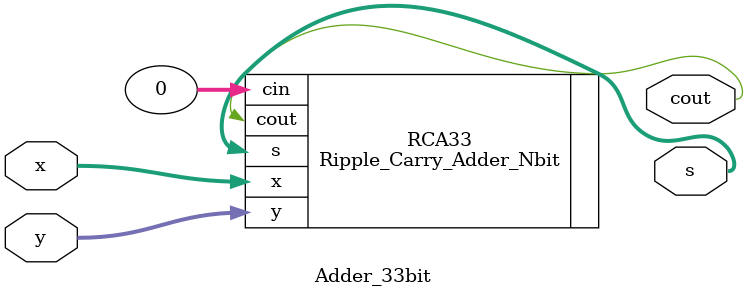
<source format=v>
`timescale 1ns / 1ps


module Adder_33bit(
    input [32:0]x, y,
    output [32:0]s, 
    output cout
    );
    Ripple_Carry_Adder_Nbit#(.N(33)) RCA33(.x(x), .y(y), .cin(0), .s(s), .cout(cout));
endmodule

</source>
